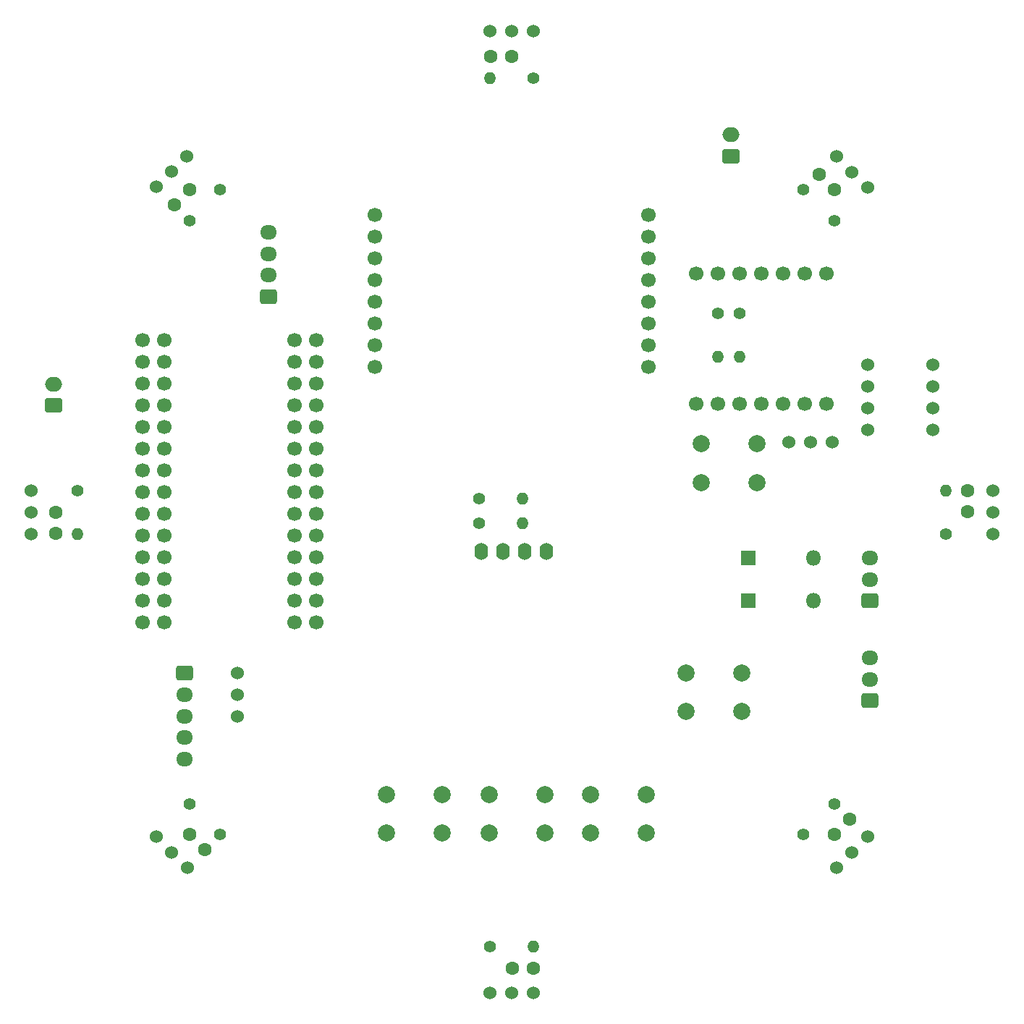
<source format=gbr>
%TF.GenerationSoftware,KiCad,Pcbnew,(6.0.11)*%
%TF.CreationDate,2023-09-02T12:48:20+09:00*%
%TF.ProjectId,main_board,6d61696e-5f62-46f6-9172-642e6b696361,rev?*%
%TF.SameCoordinates,Original*%
%TF.FileFunction,Soldermask,Bot*%
%TF.FilePolarity,Negative*%
%FSLAX46Y46*%
G04 Gerber Fmt 4.6, Leading zero omitted, Abs format (unit mm)*
G04 Created by KiCad (PCBNEW (6.0.11)) date 2023-09-02 12:48:20*
%MOMM*%
%LPD*%
G01*
G04 APERTURE LIST*
G04 Aperture macros list*
%AMRoundRect*
0 Rectangle with rounded corners*
0 $1 Rounding radius*
0 $2 $3 $4 $5 $6 $7 $8 $9 X,Y pos of 4 corners*
0 Add a 4 corners polygon primitive as box body*
4,1,4,$2,$3,$4,$5,$6,$7,$8,$9,$2,$3,0*
0 Add four circle primitives for the rounded corners*
1,1,$1+$1,$2,$3*
1,1,$1+$1,$4,$5*
1,1,$1+$1,$6,$7*
1,1,$1+$1,$8,$9*
0 Add four rect primitives between the rounded corners*
20,1,$1+$1,$2,$3,$4,$5,0*
20,1,$1+$1,$4,$5,$6,$7,0*
20,1,$1+$1,$6,$7,$8,$9,0*
20,1,$1+$1,$8,$9,$2,$3,0*%
%AMHorizOval*
0 Thick line with rounded ends*
0 $1 width*
0 $2 $3 position (X,Y) of the first rounded end (center of the circle)*
0 $4 $5 position (X,Y) of the second rounded end (center of the circle)*
0 Add line between two ends*
20,1,$1,$2,$3,$4,$5,0*
0 Add two circle primitives to create the rounded ends*
1,1,$1,$2,$3*
1,1,$1,$4,$5*%
G04 Aperture macros list end*
%ADD10C,2.000000*%
%ADD11C,1.524000*%
%ADD12C,1.700000*%
%ADD13C,1.400000*%
%ADD14HorizOval,1.400000X0.000000X0.000000X0.000000X0.000000X0*%
%ADD15HorizOval,1.400000X0.000000X0.000000X0.000000X0.000000X0*%
%ADD16RoundRect,0.250000X0.725000X-0.600000X0.725000X0.600000X-0.725000X0.600000X-0.725000X-0.600000X0*%
%ADD17O,1.950000X1.700000*%
%ADD18C,1.600000*%
%ADD19RoundRect,0.250000X0.750000X-0.600000X0.750000X0.600000X-0.750000X0.600000X-0.750000X-0.600000X0*%
%ADD20O,2.000000X1.700000*%
%ADD21O,1.400000X1.400000*%
%ADD22HorizOval,1.400000X0.000000X0.000000X0.000000X0.000000X0*%
%ADD23RoundRect,0.250000X-0.725000X0.600000X-0.725000X-0.600000X0.725000X-0.600000X0.725000X0.600000X0*%
%ADD24R,1.800000X1.800000*%
%ADD25O,1.800000X1.800000*%
%ADD26HorizOval,1.400000X0.000000X0.000000X0.000000X0.000000X0*%
%ADD27O,1.600000X2.000000*%
G04 APERTURE END LIST*
D10*
%TO.C,SW3*%
X196036000Y-134620000D03*
X189536000Y-134620000D03*
X196036000Y-139120000D03*
X189536000Y-139120000D03*
%TD*%
D11*
%TO.C,U11*%
X236622185Y-99060000D03*
X236622185Y-101600000D03*
X236622185Y-104140000D03*
%TD*%
D12*
%TO.C,U2*%
X196340000Y-66802000D03*
X196340000Y-69342000D03*
X196340000Y-71882000D03*
X196340000Y-74422000D03*
X196340000Y-76962000D03*
X196340000Y-79502000D03*
X196340000Y-82042000D03*
X196340000Y-84582000D03*
X164340000Y-84582000D03*
X164340000Y-82042000D03*
X164340000Y-79502000D03*
X164340000Y-76962000D03*
X164340000Y-74422000D03*
X164340000Y-71882000D03*
X164340000Y-69342000D03*
X164340000Y-66802000D03*
%TD*%
D13*
%TO.C,100k2*%
X142622924Y-135724973D03*
D14*
X146215026Y-139317075D03*
%TD*%
D13*
%TO.C,100k8*%
X214464973Y-139317076D03*
D15*
X218057075Y-135724974D03*
%TD*%
D11*
%TO.C,U6*%
X142338537Y-143193566D03*
X140542486Y-141397514D03*
X138746434Y-139601463D03*
%TD*%
D16*
%TO.C,J2*%
X151875000Y-76394000D03*
D17*
X151875000Y-73894000D03*
X151875000Y-71394000D03*
X151875000Y-68894000D03*
%TD*%
D18*
%TO.C,C7*%
X233680000Y-101580000D03*
X233680000Y-99080000D03*
%TD*%
D19*
%TO.C,J6*%
X126729000Y-89134000D03*
D20*
X126729000Y-86634000D03*
%TD*%
D13*
%TO.C,100k7*%
X231140000Y-104140000D03*
D21*
X231140000Y-99060000D03*
%TD*%
D11*
%TO.C,U7*%
X124057815Y-104140000D03*
X124057815Y-101600000D03*
X124057815Y-99060000D03*
%TD*%
%TO.C,U5*%
X182880000Y-157882185D03*
X180340000Y-157882185D03*
X177800000Y-157882185D03*
%TD*%
D13*
%TO.C,R2*%
X176530000Y-102870000D03*
D21*
X181610000Y-102870000D03*
%TD*%
D18*
%TO.C,C8*%
X218057076Y-139317076D03*
X219824843Y-137549309D03*
%TD*%
D11*
%TO.C,U4*%
X221996000Y-84328000D03*
X221996000Y-86868000D03*
X221996000Y-89408000D03*
X221996000Y-91948000D03*
X229616000Y-84328000D03*
X229616000Y-86868000D03*
X229616000Y-89408000D03*
X229616000Y-91948000D03*
%TD*%
D13*
%TO.C,R3*%
X207010000Y-78348000D03*
D21*
X207010000Y-83428000D03*
%TD*%
D11*
%TO.C,U10*%
X218341463Y-60006434D03*
X220137514Y-61802486D03*
X221933566Y-63598537D03*
%TD*%
D16*
%TO.C,J1*%
X222233000Y-123658000D03*
D17*
X222233000Y-121158000D03*
X222233000Y-118658000D03*
%TD*%
D13*
%TO.C,100k4*%
X146215027Y-63882924D03*
D22*
X142622925Y-67475026D03*
%TD*%
D10*
%TO.C,SW1*%
X177694800Y-134620000D03*
X184194800Y-134620000D03*
X184194800Y-139120000D03*
X177694800Y-139120000D03*
%TD*%
D18*
%TO.C,C2*%
X142637066Y-139331218D03*
X144404833Y-141098985D03*
%TD*%
D13*
%TO.C,100k5*%
X182880000Y-50800000D03*
D21*
X177800000Y-50800000D03*
%TD*%
D13*
%TO.C,R4*%
X204470000Y-78348000D03*
D21*
X204470000Y-83428000D03*
%TD*%
D23*
%TO.C,J4*%
X142003000Y-120476000D03*
D17*
X142003000Y-122976000D03*
X142003000Y-125476000D03*
X142003000Y-127976000D03*
X142003000Y-130476000D03*
%TD*%
D10*
%TO.C,SW2*%
X165660000Y-134620000D03*
X172160000Y-134620000D03*
X172160000Y-139120000D03*
X165660000Y-139120000D03*
%TD*%
D12*
%TO.C,U1*%
X157480000Y-109426000D03*
X137160000Y-86566000D03*
X157480000Y-89106000D03*
X154940000Y-84026000D03*
X157480000Y-91646000D03*
X139700000Y-81486000D03*
X139700000Y-84026000D03*
X139700000Y-86566000D03*
X139700000Y-89106000D03*
X139700000Y-91646000D03*
X139700000Y-94186000D03*
X139700000Y-96726000D03*
X139700000Y-99266000D03*
X139700000Y-101806000D03*
X139700000Y-104346000D03*
X139700000Y-106886000D03*
X139700000Y-109426000D03*
X139700000Y-111966000D03*
X139700000Y-114506000D03*
X137160000Y-114506000D03*
X157480000Y-111966000D03*
X157480000Y-114506000D03*
X154940000Y-114506000D03*
X154940000Y-111966000D03*
X154940000Y-109426000D03*
X154940000Y-106886000D03*
X154940000Y-104346000D03*
X154940000Y-101806000D03*
X154940000Y-99266000D03*
X154940000Y-96726000D03*
X154940000Y-94186000D03*
X154940000Y-91646000D03*
X154940000Y-89106000D03*
X157480000Y-106886000D03*
X137160000Y-91646000D03*
X154940000Y-86566000D03*
X154940000Y-81486000D03*
X157480000Y-81486000D03*
X157480000Y-104346000D03*
X157480000Y-96726000D03*
X157480000Y-99266000D03*
X157480000Y-94186000D03*
X157480000Y-101806000D03*
X137160000Y-101806000D03*
X137160000Y-111966000D03*
X137160000Y-104346000D03*
X137160000Y-109426000D03*
X137160000Y-106886000D03*
X137160000Y-81486000D03*
X137160000Y-84026000D03*
X137160000Y-89106000D03*
X137160000Y-94186000D03*
X137160000Y-96726000D03*
X137160000Y-99266000D03*
X157480000Y-84026000D03*
X157480000Y-86566000D03*
%TD*%
%TO.C,U3*%
X217170000Y-73660000D03*
X214630000Y-73660000D03*
X212090000Y-73660000D03*
X209550000Y-73660000D03*
X207010000Y-73660000D03*
X204470000Y-73660000D03*
X201930000Y-73660000D03*
X201930000Y-88900000D03*
X204470000Y-88900000D03*
X207010000Y-88900000D03*
X209550000Y-88900000D03*
X212090000Y-88900000D03*
X214630000Y-88900000D03*
X217170000Y-88900000D03*
%TD*%
D10*
%TO.C,SW4*%
X207212000Y-120432000D03*
X200712000Y-120432000D03*
X200712000Y-124932000D03*
X207212000Y-124932000D03*
%TD*%
D11*
%TO.C,U8*%
X138705807Y-63557910D03*
X140501859Y-61761859D03*
X142297910Y-59965807D03*
%TD*%
D24*
%TO.C,D2*%
X208000600Y-106984800D03*
D25*
X215620600Y-106984800D03*
%TD*%
D18*
%TO.C,C5*%
X180320000Y-48260000D03*
X177820000Y-48260000D03*
%TD*%
D10*
%TO.C,SW5*%
X202490000Y-93635000D03*
X208990000Y-93635000D03*
X208990000Y-98135000D03*
X202490000Y-98135000D03*
%TD*%
D13*
%TO.C,100k3*%
X129540000Y-99060000D03*
D21*
X129540000Y-104140000D03*
%TD*%
D13*
%TO.C,100k1*%
X177800000Y-152400000D03*
D21*
X182880000Y-152400000D03*
%TD*%
D16*
%TO.C,J5*%
X222233000Y-111974000D03*
D17*
X222233000Y-109474000D03*
X222233000Y-106974000D03*
%TD*%
D24*
%TO.C,D1*%
X207975200Y-111988600D03*
D25*
X215595200Y-111988600D03*
%TD*%
D19*
%TO.C,J3*%
X205994000Y-59944000D03*
D20*
X205994000Y-57444000D03*
%TD*%
D18*
%TO.C,C6*%
X218042934Y-63868782D03*
X216275167Y-62101015D03*
%TD*%
D13*
%TO.C,100k6*%
X218057076Y-67475027D03*
D26*
X214464974Y-63882925D03*
%TD*%
D11*
%TO.C,R5*%
X148240000Y-120396000D03*
X148240000Y-122936000D03*
X148240000Y-125476000D03*
%TD*%
D18*
%TO.C,C3*%
X127000000Y-101620000D03*
X127000000Y-104120000D03*
%TD*%
%TO.C,C1*%
X180360000Y-154940000D03*
X182860000Y-154940000D03*
%TD*%
D11*
%TO.C,RV1*%
X217805000Y-93440000D03*
X215265000Y-93440000D03*
X212725000Y-93440000D03*
%TD*%
%TO.C,U9*%
X177800000Y-45317815D03*
X180340000Y-45317815D03*
X182880000Y-45317815D03*
%TD*%
D13*
%TO.C,R1*%
X176530000Y-100025000D03*
D21*
X181610000Y-100025000D03*
%TD*%
D27*
%TO.C,Brd1*%
X176720000Y-106240000D03*
X179260000Y-106240000D03*
X181800000Y-106240000D03*
X184340000Y-106240000D03*
%TD*%
D18*
%TO.C,C4*%
X142608782Y-63897066D03*
X140841015Y-65664833D03*
%TD*%
D11*
%TO.C,U12*%
X221933566Y-139601463D03*
X220137514Y-141397514D03*
X218341463Y-143193566D03*
%TD*%
M02*

</source>
